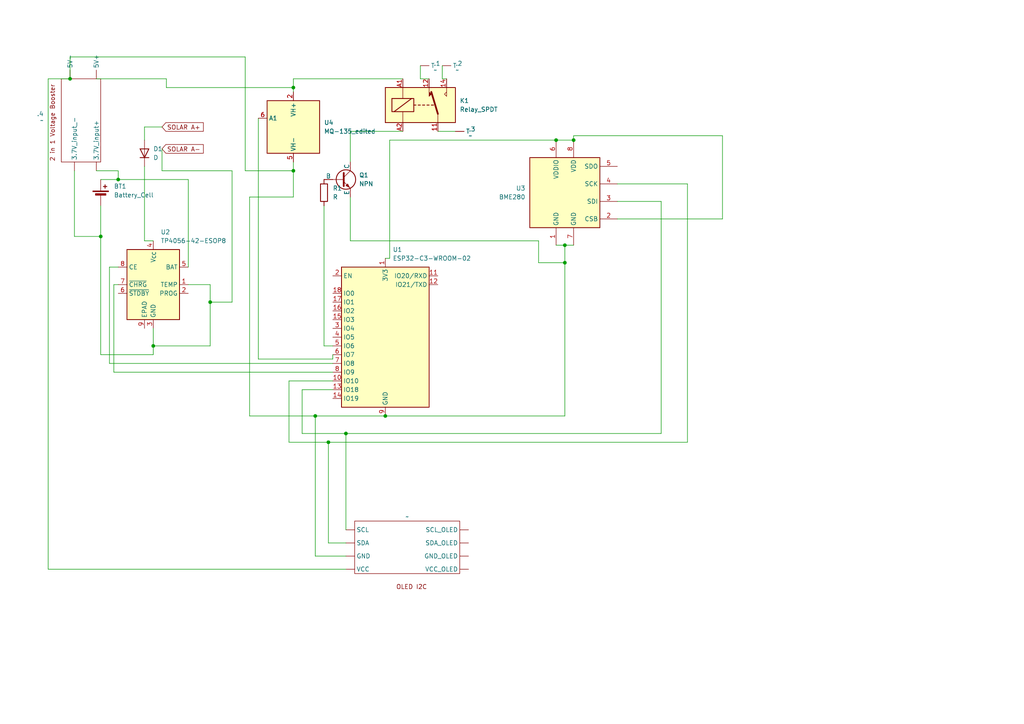
<source format=kicad_sch>
(kicad_sch
	(version 20250114)
	(generator "eeschema")
	(generator_version "9.0")
	(uuid "7652190b-f5b7-4bf8-9ed2-87f56a15734d")
	(paper "A4")
	(lib_symbols
		(symbol "Battery_Management:TP4056-42-ESOP8"
			(exclude_from_sim no)
			(in_bom yes)
			(on_board yes)
			(property "Reference" "U"
				(at -6.604 11.684 0)
				(effects
					(font
						(size 1.27 1.27)
					)
				)
			)
			(property "Value" "TP4056-42-ESOP8"
				(at 10.16 11.684 0)
				(effects
					(font
						(size 1.27 1.27)
					)
				)
			)
			(property "Footprint" "Package_SO:SOIC-8-1EP_3.9x4.9mm_P1.27mm_EP2.41x3.3mm_ThermalVias"
				(at 0.508 -22.86 0)
				(effects
					(font
						(size 1.27 1.27)
					)
					(hide yes)
				)
			)
			(property "Datasheet" "https://www.lcsc.com/datasheet/lcsc_datasheet_2410121619_TOPPOWER-Nanjing-Extension-Microelectronics-TP4056-42-ESOP8_C16581.pdf"
				(at 0 -25.4 0)
				(effects
					(font
						(size 1.27 1.27)
					)
					(hide yes)
				)
			)
			(property "Description" "1A Standalone Linear Li-ion/LiPo single-cell battery charger, 4.2V ±1% charge voltage, VCC = 4.0..8.0V, SOIC-8 (SOP-8)"
				(at 0.508 -20.32 0)
				(effects
					(font
						(size 1.27 1.27)
					)
					(hide yes)
				)
			)
			(property "ki_keywords" "lithium-ion lithium-polymer Li-Poly"
				(at 0 0 0)
				(effects
					(font
						(size 1.27 1.27)
					)
					(hide yes)
				)
			)
			(property "ki_fp_filters" "*SO*3.9x4.*P1.27mm*EP2.4*x3.3*mm*"
				(at 0 0 0)
				(effects
					(font
						(size 1.27 1.27)
					)
					(hide yes)
				)
			)
			(symbol "TP4056-42-ESOP8_1_0"
				(pin input line
					(at -10.16 5.08 0)
					(length 2.54)
					(name "CE"
						(effects
							(font
								(size 1.27 1.27)
							)
						)
					)
					(number "8"
						(effects
							(font
								(size 1.27 1.27)
							)
						)
					)
				)
				(pin open_collector line
					(at -10.16 0 0)
					(length 2.54)
					(name "~{CHRG}"
						(effects
							(font
								(size 1.27 1.27)
							)
						)
					)
					(number "7"
						(effects
							(font
								(size 1.27 1.27)
							)
						)
					)
				)
				(pin open_collector line
					(at -10.16 -2.54 0)
					(length 2.54)
					(name "~{STDBY}"
						(effects
							(font
								(size 1.27 1.27)
							)
						)
					)
					(number "6"
						(effects
							(font
								(size 1.27 1.27)
							)
						)
					)
				)
				(pin passive line
					(at -2.54 -12.7 90)
					(length 2.54)
					(name "EPAD"
						(effects
							(font
								(size 1.27 1.27)
							)
						)
					)
					(number "9"
						(effects
							(font
								(size 1.27 1.27)
							)
						)
					)
				)
				(pin power_in line
					(at 0 12.7 270)
					(length 2.54)
					(name "V_{CC}"
						(effects
							(font
								(size 1.27 1.27)
							)
						)
					)
					(number "4"
						(effects
							(font
								(size 1.27 1.27)
							)
						)
					)
				)
				(pin power_in line
					(at 0 -12.7 90)
					(length 2.54)
					(name "GND"
						(effects
							(font
								(size 1.27 1.27)
							)
						)
					)
					(number "3"
						(effects
							(font
								(size 1.27 1.27)
							)
						)
					)
				)
				(pin power_out line
					(at 10.16 5.08 180)
					(length 2.54)
					(name "BAT"
						(effects
							(font
								(size 1.27 1.27)
							)
						)
					)
					(number "5"
						(effects
							(font
								(size 1.27 1.27)
							)
						)
					)
				)
				(pin input line
					(at 10.16 0 180)
					(length 2.54)
					(name "TEMP"
						(effects
							(font
								(size 1.27 1.27)
							)
						)
					)
					(number "1"
						(effects
							(font
								(size 1.27 1.27)
							)
						)
					)
				)
				(pin passive line
					(at 10.16 -2.54 180)
					(length 2.54)
					(name "PROG"
						(effects
							(font
								(size 1.27 1.27)
							)
						)
					)
					(number "2"
						(effects
							(font
								(size 1.27 1.27)
							)
						)
					)
				)
			)
			(symbol "TP4056-42-ESOP8_1_1"
				(rectangle
					(start -7.62 10.16)
					(end 7.62 -10.16)
					(stroke
						(width 0.254)
						(type default)
					)
					(fill
						(type background)
					)
				)
			)
			(embedded_fonts no)
		)
		(symbol "Device:Battery_Cell"
			(pin_numbers
				(hide yes)
			)
			(pin_names
				(offset 0)
				(hide yes)
			)
			(exclude_from_sim no)
			(in_bom yes)
			(on_board yes)
			(property "Reference" "BT"
				(at 2.54 2.54 0)
				(effects
					(font
						(size 1.27 1.27)
					)
					(justify left)
				)
			)
			(property "Value" "Battery_Cell"
				(at 2.54 0 0)
				(effects
					(font
						(size 1.27 1.27)
					)
					(justify left)
				)
			)
			(property "Footprint" ""
				(at 0 1.524 90)
				(effects
					(font
						(size 1.27 1.27)
					)
					(hide yes)
				)
			)
			(property "Datasheet" "~"
				(at 0 1.524 90)
				(effects
					(font
						(size 1.27 1.27)
					)
					(hide yes)
				)
			)
			(property "Description" "Single-cell battery"
				(at 0 0 0)
				(effects
					(font
						(size 1.27 1.27)
					)
					(hide yes)
				)
			)
			(property "ki_keywords" "battery cell"
				(at 0 0 0)
				(effects
					(font
						(size 1.27 1.27)
					)
					(hide yes)
				)
			)
			(symbol "Battery_Cell_0_1"
				(rectangle
					(start -2.286 1.778)
					(end 2.286 1.524)
					(stroke
						(width 0)
						(type default)
					)
					(fill
						(type outline)
					)
				)
				(rectangle
					(start -1.524 1.016)
					(end 1.524 0.508)
					(stroke
						(width 0)
						(type default)
					)
					(fill
						(type outline)
					)
				)
				(polyline
					(pts
						(xy 0 1.778) (xy 0 2.54)
					)
					(stroke
						(width 0)
						(type default)
					)
					(fill
						(type none)
					)
				)
				(polyline
					(pts
						(xy 0 0.762) (xy 0 0)
					)
					(stroke
						(width 0)
						(type default)
					)
					(fill
						(type none)
					)
				)
				(polyline
					(pts
						(xy 0.762 3.048) (xy 1.778 3.048)
					)
					(stroke
						(width 0.254)
						(type default)
					)
					(fill
						(type none)
					)
				)
				(polyline
					(pts
						(xy 1.27 3.556) (xy 1.27 2.54)
					)
					(stroke
						(width 0.254)
						(type default)
					)
					(fill
						(type none)
					)
				)
			)
			(symbol "Battery_Cell_1_1"
				(pin passive line
					(at 0 5.08 270)
					(length 2.54)
					(name "+"
						(effects
							(font
								(size 1.27 1.27)
							)
						)
					)
					(number "1"
						(effects
							(font
								(size 1.27 1.27)
							)
						)
					)
				)
				(pin passive line
					(at 0 -2.54 90)
					(length 2.54)
					(name "-"
						(effects
							(font
								(size 1.27 1.27)
							)
						)
					)
					(number "2"
						(effects
							(font
								(size 1.27 1.27)
							)
						)
					)
				)
			)
			(embedded_fonts no)
		)
		(symbol "Device:D"
			(pin_numbers
				(hide yes)
			)
			(pin_names
				(offset 1.016)
				(hide yes)
			)
			(exclude_from_sim no)
			(in_bom yes)
			(on_board yes)
			(property "Reference" "D"
				(at 0 2.54 0)
				(effects
					(font
						(size 1.27 1.27)
					)
				)
			)
			(property "Value" "D"
				(at 0 -2.54 0)
				(effects
					(font
						(size 1.27 1.27)
					)
				)
			)
			(property "Footprint" ""
				(at 0 0 0)
				(effects
					(font
						(size 1.27 1.27)
					)
					(hide yes)
				)
			)
			(property "Datasheet" "~"
				(at 0 0 0)
				(effects
					(font
						(size 1.27 1.27)
					)
					(hide yes)
				)
			)
			(property "Description" "Diode"
				(at 0 0 0)
				(effects
					(font
						(size 1.27 1.27)
					)
					(hide yes)
				)
			)
			(property "Sim.Device" "D"
				(at 0 0 0)
				(effects
					(font
						(size 1.27 1.27)
					)
					(hide yes)
				)
			)
			(property "Sim.Pins" "1=K 2=A"
				(at 0 0 0)
				(effects
					(font
						(size 1.27 1.27)
					)
					(hide yes)
				)
			)
			(property "ki_keywords" "diode"
				(at 0 0 0)
				(effects
					(font
						(size 1.27 1.27)
					)
					(hide yes)
				)
			)
			(property "ki_fp_filters" "TO-???* *_Diode_* *SingleDiode* D_*"
				(at 0 0 0)
				(effects
					(font
						(size 1.27 1.27)
					)
					(hide yes)
				)
			)
			(symbol "D_0_1"
				(polyline
					(pts
						(xy -1.27 1.27) (xy -1.27 -1.27)
					)
					(stroke
						(width 0.254)
						(type default)
					)
					(fill
						(type none)
					)
				)
				(polyline
					(pts
						(xy 1.27 1.27) (xy 1.27 -1.27) (xy -1.27 0) (xy 1.27 1.27)
					)
					(stroke
						(width 0.254)
						(type default)
					)
					(fill
						(type none)
					)
				)
				(polyline
					(pts
						(xy 1.27 0) (xy -1.27 0)
					)
					(stroke
						(width 0)
						(type default)
					)
					(fill
						(type none)
					)
				)
			)
			(symbol "D_1_1"
				(pin passive line
					(at -3.81 0 0)
					(length 2.54)
					(name "K"
						(effects
							(font
								(size 1.27 1.27)
							)
						)
					)
					(number "1"
						(effects
							(font
								(size 1.27 1.27)
							)
						)
					)
				)
				(pin passive line
					(at 3.81 0 180)
					(length 2.54)
					(name "A"
						(effects
							(font
								(size 1.27 1.27)
							)
						)
					)
					(number "2"
						(effects
							(font
								(size 1.27 1.27)
							)
						)
					)
				)
			)
			(embedded_fonts no)
		)
		(symbol "Device:R"
			(pin_numbers
				(hide yes)
			)
			(pin_names
				(offset 0)
			)
			(exclude_from_sim no)
			(in_bom yes)
			(on_board yes)
			(property "Reference" "R"
				(at 2.032 0 90)
				(effects
					(font
						(size 1.27 1.27)
					)
				)
			)
			(property "Value" "R"
				(at 0 0 90)
				(effects
					(font
						(size 1.27 1.27)
					)
				)
			)
			(property "Footprint" ""
				(at -1.778 0 90)
				(effects
					(font
						(size 1.27 1.27)
					)
					(hide yes)
				)
			)
			(property "Datasheet" "~"
				(at 0 0 0)
				(effects
					(font
						(size 1.27 1.27)
					)
					(hide yes)
				)
			)
			(property "Description" "Resistor"
				(at 0 0 0)
				(effects
					(font
						(size 1.27 1.27)
					)
					(hide yes)
				)
			)
			(property "ki_keywords" "R res resistor"
				(at 0 0 0)
				(effects
					(font
						(size 1.27 1.27)
					)
					(hide yes)
				)
			)
			(property "ki_fp_filters" "R_*"
				(at 0 0 0)
				(effects
					(font
						(size 1.27 1.27)
					)
					(hide yes)
				)
			)
			(symbol "R_0_1"
				(rectangle
					(start -1.016 -2.54)
					(end 1.016 2.54)
					(stroke
						(width 0.254)
						(type default)
					)
					(fill
						(type none)
					)
				)
			)
			(symbol "R_1_1"
				(pin passive line
					(at 0 3.81 270)
					(length 1.27)
					(name "~"
						(effects
							(font
								(size 1.27 1.27)
							)
						)
					)
					(number "1"
						(effects
							(font
								(size 1.27 1.27)
							)
						)
					)
				)
				(pin passive line
					(at 0 -3.81 90)
					(length 1.27)
					(name "~"
						(effects
							(font
								(size 1.27 1.27)
							)
						)
					)
					(number "2"
						(effects
							(font
								(size 1.27 1.27)
							)
						)
					)
				)
			)
			(embedded_fonts no)
		)
		(symbol "New_Library:MQ-135_edited"
			(exclude_from_sim no)
			(in_bom yes)
			(on_board yes)
			(property "Reference" "U"
				(at -6.35 8.89 0)
				(effects
					(font
						(size 1.27 1.27)
					)
				)
			)
			(property "Value" "MQ-135_edited"
				(at 3.81 8.89 0)
				(effects
					(font
						(size 1.27 1.27)
					)
				)
			)
			(property "Footprint" "Sensor:MQ-6"
				(at 1.27 -11.43 0)
				(effects
					(font
						(size 1.27 1.27)
					)
					(hide yes)
				)
			)
			(property "Datasheet" "https://www.winsen-sensor.com/d/files/semiconductor/mq-6.pdf"
				(at 0 6.35 0)
				(effects
					(font
						(size 1.27 1.27)
					)
					(hide yes)
				)
			)
			(property "Description" "Semiconductor Sensor for Flammable Gas"
				(at 0 0 0)
				(effects
					(font
						(size 1.27 1.27)
					)
					(hide yes)
				)
			)
			(property "ki_keywords" "flammable gas sensor LPG"
				(at 0 0 0)
				(effects
					(font
						(size 1.27 1.27)
					)
					(hide yes)
				)
			)
			(property "ki_fp_filters" "*MQ*6*"
				(at 0 0 0)
				(effects
					(font
						(size 1.27 1.27)
					)
					(hide yes)
				)
			)
			(symbol "MQ-135_edited_0_1"
				(rectangle
					(start -7.62 7.62)
					(end 7.62 -7.62)
					(stroke
						(width 0.254)
						(type default)
					)
					(fill
						(type background)
					)
				)
			)
			(symbol "MQ-135_edited_1_1"
				(pin passive line
					(at -10.16 2.54 0)
					(length 2.54)
					(name "A1"
						(effects
							(font
								(size 1.27 1.27)
							)
						)
					)
					(number "6"
						(effects
							(font
								(size 1.27 1.27)
							)
						)
					)
				)
				(pin power_in line
					(at 0 10.16 270)
					(length 2.54)
					(name "VH+"
						(effects
							(font
								(size 1.27 1.27)
							)
						)
					)
					(number "2"
						(effects
							(font
								(size 1.27 1.27)
							)
						)
					)
				)
				(pin power_in line
					(at 0 -10.16 90)
					(length 2.54)
					(name "VH-"
						(effects
							(font
								(size 1.27 1.27)
							)
						)
					)
					(number "5"
						(effects
							(font
								(size 1.27 1.27)
							)
						)
					)
				)
			)
			(embedded_fonts no)
		)
		(symbol "RF_Module:ESP32-C3-WROOM-02"
			(exclude_from_sim no)
			(in_bom yes)
			(on_board yes)
			(property "Reference" "U"
				(at -12.192 21.336 0)
				(effects
					(font
						(size 1.27 1.27)
					)
				)
			)
			(property "Value" "ESP32-C3-WROOM-02"
				(at 12.192 21.336 0)
				(effects
					(font
						(size 1.27 1.27)
					)
				)
			)
			(property "Footprint" "RF_Module:ESP32-C3-WROOM-02"
				(at 0 0.635 0)
				(effects
					(font
						(size 1.27 1.27)
					)
					(hide yes)
				)
			)
			(property "Datasheet" "https://www.espressif.com/sites/default/files/documentation/esp32-c3-wroom-02_datasheet_en.pdf"
				(at 0 0.635 0)
				(effects
					(font
						(size 1.27 1.27)
					)
					(hide yes)
				)
			)
			(property "Description" "802.11 b/g/n Wi­Fi and Bluetooth 5 module, ESP32­C3 SoC, RISC­V microprocessor, On-board antenna"
				(at 0 0.635 0)
				(effects
					(font
						(size 1.27 1.27)
					)
					(hide yes)
				)
			)
			(property "ki_keywords" "esp32 espressif WiFi Bluetooth LE"
				(at 0 0 0)
				(effects
					(font
						(size 1.27 1.27)
					)
					(hide yes)
				)
			)
			(property "ki_fp_filters" "ESP32?C3*WROOM?02*"
				(at 0 0 0)
				(effects
					(font
						(size 1.27 1.27)
					)
					(hide yes)
				)
			)
			(symbol "ESP32-C3-WROOM-02_1_1"
				(rectangle
					(start -12.7 20.32)
					(end 12.7 -20.32)
					(stroke
						(width 0.254)
						(type default)
					)
					(fill
						(type background)
					)
				)
				(pin input line
					(at -15.24 17.78 0)
					(length 2.54)
					(name "EN"
						(effects
							(font
								(size 1.27 1.27)
							)
						)
					)
					(number "2"
						(effects
							(font
								(size 1.27 1.27)
							)
						)
					)
				)
				(pin bidirectional line
					(at -15.24 12.7 0)
					(length 2.54)
					(name "IO0"
						(effects
							(font
								(size 1.27 1.27)
							)
						)
					)
					(number "18"
						(effects
							(font
								(size 1.27 1.27)
							)
						)
					)
				)
				(pin bidirectional line
					(at -15.24 10.16 0)
					(length 2.54)
					(name "IO1"
						(effects
							(font
								(size 1.27 1.27)
							)
						)
					)
					(number "17"
						(effects
							(font
								(size 1.27 1.27)
							)
						)
					)
				)
				(pin bidirectional line
					(at -15.24 7.62 0)
					(length 2.54)
					(name "IO2"
						(effects
							(font
								(size 1.27 1.27)
							)
						)
					)
					(number "16"
						(effects
							(font
								(size 1.27 1.27)
							)
						)
					)
				)
				(pin bidirectional line
					(at -15.24 5.08 0)
					(length 2.54)
					(name "IO3"
						(effects
							(font
								(size 1.27 1.27)
							)
						)
					)
					(number "15"
						(effects
							(font
								(size 1.27 1.27)
							)
						)
					)
				)
				(pin bidirectional line
					(at -15.24 2.54 0)
					(length 2.54)
					(name "IO4"
						(effects
							(font
								(size 1.27 1.27)
							)
						)
					)
					(number "3"
						(effects
							(font
								(size 1.27 1.27)
							)
						)
					)
				)
				(pin bidirectional line
					(at -15.24 0 0)
					(length 2.54)
					(name "IO5"
						(effects
							(font
								(size 1.27 1.27)
							)
						)
					)
					(number "4"
						(effects
							(font
								(size 1.27 1.27)
							)
						)
					)
				)
				(pin bidirectional line
					(at -15.24 -2.54 0)
					(length 2.54)
					(name "IO6"
						(effects
							(font
								(size 1.27 1.27)
							)
						)
					)
					(number "5"
						(effects
							(font
								(size 1.27 1.27)
							)
						)
					)
				)
				(pin bidirectional line
					(at -15.24 -5.08 0)
					(length 2.54)
					(name "IO7"
						(effects
							(font
								(size 1.27 1.27)
							)
						)
					)
					(number "6"
						(effects
							(font
								(size 1.27 1.27)
							)
						)
					)
				)
				(pin bidirectional line
					(at -15.24 -7.62 0)
					(length 2.54)
					(name "IO8"
						(effects
							(font
								(size 1.27 1.27)
							)
						)
					)
					(number "7"
						(effects
							(font
								(size 1.27 1.27)
							)
						)
					)
				)
				(pin bidirectional line
					(at -15.24 -10.16 0)
					(length 2.54)
					(name "IO9"
						(effects
							(font
								(size 1.27 1.27)
							)
						)
					)
					(number "8"
						(effects
							(font
								(size 1.27 1.27)
							)
						)
					)
				)
				(pin bidirectional line
					(at -15.24 -12.7 0)
					(length 2.54)
					(name "IO10"
						(effects
							(font
								(size 1.27 1.27)
							)
						)
					)
					(number "10"
						(effects
							(font
								(size 1.27 1.27)
							)
						)
					)
				)
				(pin bidirectional line
					(at -15.24 -15.24 0)
					(length 2.54)
					(name "IO18"
						(effects
							(font
								(size 1.27 1.27)
							)
						)
					)
					(number "13"
						(effects
							(font
								(size 1.27 1.27)
							)
						)
					)
				)
				(pin bidirectional line
					(at -15.24 -17.78 0)
					(length 2.54)
					(name "IO19"
						(effects
							(font
								(size 1.27 1.27)
							)
						)
					)
					(number "14"
						(effects
							(font
								(size 1.27 1.27)
							)
						)
					)
				)
				(pin power_in line
					(at 0 22.86 270)
					(length 2.54)
					(name "3V3"
						(effects
							(font
								(size 1.27 1.27)
							)
						)
					)
					(number "1"
						(effects
							(font
								(size 1.27 1.27)
							)
						)
					)
				)
				(pin passive line
					(at 0 -22.86 90)
					(length 2.54)
					(hide yes)
					(name "GND"
						(effects
							(font
								(size 1.27 1.27)
							)
						)
					)
					(number "19"
						(effects
							(font
								(size 1.27 1.27)
							)
						)
					)
				)
				(pin power_in line
					(at 0 -22.86 90)
					(length 2.54)
					(name "GND"
						(effects
							(font
								(size 1.27 1.27)
							)
						)
					)
					(number "9"
						(effects
							(font
								(size 1.27 1.27)
							)
						)
					)
				)
				(pin bidirectional line
					(at 15.24 17.78 180)
					(length 2.54)
					(name "IO20/RXD"
						(effects
							(font
								(size 1.27 1.27)
							)
						)
					)
					(number "11"
						(effects
							(font
								(size 1.27 1.27)
							)
						)
					)
				)
				(pin bidirectional line
					(at 15.24 15.24 180)
					(length 2.54)
					(name "IO21/TXD"
						(effects
							(font
								(size 1.27 1.27)
							)
						)
					)
					(number "12"
						(effects
							(font
								(size 1.27 1.27)
							)
						)
					)
				)
			)
			(embedded_fonts no)
		)
		(symbol "Relay:Relay_SPDT"
			(exclude_from_sim no)
			(in_bom yes)
			(on_board yes)
			(property "Reference" "K"
				(at 11.43 3.81 0)
				(effects
					(font
						(size 1.27 1.27)
					)
					(justify left)
				)
			)
			(property "Value" "Relay_SPDT"
				(at 11.43 1.27 0)
				(effects
					(font
						(size 1.27 1.27)
					)
					(justify left)
				)
			)
			(property "Footprint" ""
				(at 11.43 -1.27 0)
				(effects
					(font
						(size 1.27 1.27)
					)
					(justify left)
					(hide yes)
				)
			)
			(property "Datasheet" "~"
				(at 0 0 0)
				(effects
					(font
						(size 1.27 1.27)
					)
					(hide yes)
				)
			)
			(property "Description" "Relay SPDT, monostable, EN50005"
				(at 0 0 0)
				(effects
					(font
						(size 1.27 1.27)
					)
					(hide yes)
				)
			)
			(property "ki_keywords" "1P2T 1-Form-C single pole throw"
				(at 0 0 0)
				(effects
					(font
						(size 1.27 1.27)
					)
					(hide yes)
				)
			)
			(property "ki_fp_filters" "Relay?SPDT*"
				(at 0 0 0)
				(effects
					(font
						(size 1.27 1.27)
					)
					(hide yes)
				)
			)
			(symbol "Relay_SPDT_0_0"
				(polyline
					(pts
						(xy 7.62 5.08) (xy 7.62 2.54) (xy 6.985 3.175) (xy 7.62 3.81)
					)
					(stroke
						(width 0)
						(type default)
					)
					(fill
						(type none)
					)
				)
			)
			(symbol "Relay_SPDT_0_1"
				(rectangle
					(start -10.16 5.08)
					(end 10.16 -5.08)
					(stroke
						(width 0.254)
						(type default)
					)
					(fill
						(type background)
					)
				)
				(rectangle
					(start -8.255 1.905)
					(end -1.905 -1.905)
					(stroke
						(width 0.254)
						(type default)
					)
					(fill
						(type none)
					)
				)
				(polyline
					(pts
						(xy -7.62 -1.905) (xy -2.54 1.905)
					)
					(stroke
						(width 0.254)
						(type default)
					)
					(fill
						(type none)
					)
				)
				(polyline
					(pts
						(xy -5.08 5.08) (xy -5.08 1.905)
					)
					(stroke
						(width 0)
						(type default)
					)
					(fill
						(type none)
					)
				)
				(polyline
					(pts
						(xy -5.08 -5.08) (xy -5.08 -1.905)
					)
					(stroke
						(width 0)
						(type default)
					)
					(fill
						(type none)
					)
				)
				(polyline
					(pts
						(xy -1.905 0) (xy -1.27 0)
					)
					(stroke
						(width 0.254)
						(type default)
					)
					(fill
						(type none)
					)
				)
				(polyline
					(pts
						(xy -0.635 0) (xy 0 0)
					)
					(stroke
						(width 0.254)
						(type default)
					)
					(fill
						(type none)
					)
				)
				(polyline
					(pts
						(xy 0.635 0) (xy 1.27 0)
					)
					(stroke
						(width 0.254)
						(type default)
					)
					(fill
						(type none)
					)
				)
				(polyline
					(pts
						(xy 1.905 0) (xy 2.54 0)
					)
					(stroke
						(width 0.254)
						(type default)
					)
					(fill
						(type none)
					)
				)
				(polyline
					(pts
						(xy 2.54 5.08) (xy 2.54 2.54) (xy 3.175 3.175) (xy 2.54 3.81)
					)
					(stroke
						(width 0)
						(type default)
					)
					(fill
						(type outline)
					)
				)
				(polyline
					(pts
						(xy 3.175 0) (xy 3.81 0)
					)
					(stroke
						(width 0.254)
						(type default)
					)
					(fill
						(type none)
					)
				)
				(polyline
					(pts
						(xy 5.08 -2.54) (xy 3.175 3.81)
					)
					(stroke
						(width 0.508)
						(type default)
					)
					(fill
						(type none)
					)
				)
				(polyline
					(pts
						(xy 5.08 -2.54) (xy 5.08 -5.08)
					)
					(stroke
						(width 0)
						(type default)
					)
					(fill
						(type none)
					)
				)
			)
			(symbol "Relay_SPDT_1_1"
				(pin passive line
					(at -5.08 7.62 270)
					(length 2.54)
					(name "~"
						(effects
							(font
								(size 1.27 1.27)
							)
						)
					)
					(number "A1"
						(effects
							(font
								(size 1.27 1.27)
							)
						)
					)
				)
				(pin passive line
					(at -5.08 -7.62 90)
					(length 2.54)
					(name "~"
						(effects
							(font
								(size 1.27 1.27)
							)
						)
					)
					(number "A2"
						(effects
							(font
								(size 1.27 1.27)
							)
						)
					)
				)
				(pin passive line
					(at 2.54 7.62 270)
					(length 2.54)
					(name "~"
						(effects
							(font
								(size 1.27 1.27)
							)
						)
					)
					(number "12"
						(effects
							(font
								(size 1.27 1.27)
							)
						)
					)
				)
				(pin passive line
					(at 5.08 -7.62 90)
					(length 2.54)
					(name "~"
						(effects
							(font
								(size 1.27 1.27)
							)
						)
					)
					(number "11"
						(effects
							(font
								(size 1.27 1.27)
							)
						)
					)
				)
				(pin passive line
					(at 7.62 7.62 270)
					(length 2.54)
					(name "~"
						(effects
							(font
								(size 1.27 1.27)
							)
						)
					)
					(number "14"
						(effects
							(font
								(size 1.27 1.27)
							)
						)
					)
				)
			)
			(embedded_fonts no)
		)
		(symbol "Sensor:BME280"
			(exclude_from_sim no)
			(in_bom yes)
			(on_board yes)
			(property "Reference" "U"
				(at -8.89 11.43 0)
				(effects
					(font
						(size 1.27 1.27)
					)
				)
			)
			(property "Value" "BME280"
				(at 7.62 11.43 0)
				(effects
					(font
						(size 1.27 1.27)
					)
				)
			)
			(property "Footprint" "Package_LGA:Bosch_LGA-8_2.5x2.5mm_P0.65mm_ClockwisePinNumbering"
				(at 38.1 -11.43 0)
				(effects
					(font
						(size 1.27 1.27)
					)
					(hide yes)
				)
			)
			(property "Datasheet" "https://www.bosch-sensortec.com/media/boschsensortec/downloads/datasheets/bst-bme280-ds002.pdf"
				(at 0 -5.08 0)
				(effects
					(font
						(size 1.27 1.27)
					)
					(hide yes)
				)
			)
			(property "Description" "3-in-1 sensor, humidity, pressure, temperature, I2C and SPI interface, 1.71-3.6V, LGA-8"
				(at 0 0 0)
				(effects
					(font
						(size 1.27 1.27)
					)
					(hide yes)
				)
			)
			(property "ki_keywords" "Bosch pressure humidity temperature environment environmental measurement digital"
				(at 0 0 0)
				(effects
					(font
						(size 1.27 1.27)
					)
					(hide yes)
				)
			)
			(property "ki_fp_filters" "*LGA*2.5x2.5mm*P0.65mm*Clockwise*"
				(at 0 0 0)
				(effects
					(font
						(size 1.27 1.27)
					)
					(hide yes)
				)
			)
			(symbol "BME280_0_1"
				(rectangle
					(start -10.16 10.16)
					(end 10.16 -10.16)
					(stroke
						(width 0.254)
						(type default)
					)
					(fill
						(type background)
					)
				)
			)
			(symbol "BME280_1_1"
				(pin power_in line
					(at -2.54 15.24 270)
					(length 5.08)
					(name "VDDIO"
						(effects
							(font
								(size 1.27 1.27)
							)
						)
					)
					(number "6"
						(effects
							(font
								(size 1.27 1.27)
							)
						)
					)
				)
				(pin power_in line
					(at -2.54 -15.24 90)
					(length 5.08)
					(name "GND"
						(effects
							(font
								(size 1.27 1.27)
							)
						)
					)
					(number "1"
						(effects
							(font
								(size 1.27 1.27)
							)
						)
					)
				)
				(pin power_in line
					(at 2.54 15.24 270)
					(length 5.08)
					(name "VDD"
						(effects
							(font
								(size 1.27 1.27)
							)
						)
					)
					(number "8"
						(effects
							(font
								(size 1.27 1.27)
							)
						)
					)
				)
				(pin power_in line
					(at 2.54 -15.24 90)
					(length 5.08)
					(name "GND"
						(effects
							(font
								(size 1.27 1.27)
							)
						)
					)
					(number "7"
						(effects
							(font
								(size 1.27 1.27)
							)
						)
					)
				)
				(pin bidirectional line
					(at 15.24 7.62 180)
					(length 5.08)
					(name "SDO"
						(effects
							(font
								(size 1.27 1.27)
							)
						)
					)
					(number "5"
						(effects
							(font
								(size 1.27 1.27)
							)
						)
					)
				)
				(pin input line
					(at 15.24 2.54 180)
					(length 5.08)
					(name "SCK"
						(effects
							(font
								(size 1.27 1.27)
							)
						)
					)
					(number "4"
						(effects
							(font
								(size 1.27 1.27)
							)
						)
					)
				)
				(pin bidirectional line
					(at 15.24 -2.54 180)
					(length 5.08)
					(name "SDI"
						(effects
							(font
								(size 1.27 1.27)
							)
						)
					)
					(number "3"
						(effects
							(font
								(size 1.27 1.27)
							)
						)
					)
				)
				(pin input line
					(at 15.24 -7.62 180)
					(length 5.08)
					(name "CSB"
						(effects
							(font
								(size 1.27 1.27)
							)
						)
					)
					(number "2"
						(effects
							(font
								(size 1.27 1.27)
							)
						)
					)
				)
			)
			(embedded_fonts no)
		)
		(symbol "Simulation_SPICE:NPN"
			(pin_numbers
				(hide yes)
			)
			(pin_names
				(offset 0)
			)
			(exclude_from_sim no)
			(in_bom yes)
			(on_board yes)
			(property "Reference" "Q"
				(at -2.54 7.62 0)
				(effects
					(font
						(size 1.27 1.27)
					)
				)
			)
			(property "Value" "NPN"
				(at -2.54 5.08 0)
				(effects
					(font
						(size 1.27 1.27)
					)
				)
			)
			(property "Footprint" ""
				(at 63.5 0 0)
				(effects
					(font
						(size 1.27 1.27)
					)
					(hide yes)
				)
			)
			(property "Datasheet" "https://ngspice.sourceforge.io/docs/ngspice-html-manual/manual.xhtml#cha_BJTs"
				(at 63.5 0 0)
				(effects
					(font
						(size 1.27 1.27)
					)
					(hide yes)
				)
			)
			(property "Description" "Bipolar transistor symbol for simulation only, substrate tied to the emitter"
				(at 0 0 0)
				(effects
					(font
						(size 1.27 1.27)
					)
					(hide yes)
				)
			)
			(property "Sim.Device" "NPN"
				(at 0 0 0)
				(effects
					(font
						(size 1.27 1.27)
					)
					(hide yes)
				)
			)
			(property "Sim.Type" "GUMMELPOON"
				(at 0 0 0)
				(effects
					(font
						(size 1.27 1.27)
					)
					(hide yes)
				)
			)
			(property "Sim.Pins" "1=C 2=B 3=E"
				(at 0 0 0)
				(effects
					(font
						(size 1.27 1.27)
					)
					(hide yes)
				)
			)
			(property "ki_keywords" "simulation"
				(at 0 0 0)
				(effects
					(font
						(size 1.27 1.27)
					)
					(hide yes)
				)
			)
			(symbol "NPN_0_1"
				(polyline
					(pts
						(xy -2.54 0) (xy 0.635 0)
					)
					(stroke
						(width 0.1524)
						(type default)
					)
					(fill
						(type none)
					)
				)
				(polyline
					(pts
						(xy 0.635 1.905) (xy 0.635 -1.905) (xy 0.635 -1.905)
					)
					(stroke
						(width 0.508)
						(type default)
					)
					(fill
						(type none)
					)
				)
				(polyline
					(pts
						(xy 0.635 0.635) (xy 2.54 2.54)
					)
					(stroke
						(width 0)
						(type default)
					)
					(fill
						(type none)
					)
				)
				(polyline
					(pts
						(xy 0.635 -0.635) (xy 2.54 -2.54) (xy 2.54 -2.54)
					)
					(stroke
						(width 0)
						(type default)
					)
					(fill
						(type none)
					)
				)
				(circle
					(center 1.27 0)
					(radius 2.8194)
					(stroke
						(width 0.254)
						(type default)
					)
					(fill
						(type none)
					)
				)
				(polyline
					(pts
						(xy 1.27 -1.778) (xy 1.778 -1.27) (xy 2.286 -2.286) (xy 1.27 -1.778) (xy 1.27 -1.778)
					)
					(stroke
						(width 0)
						(type default)
					)
					(fill
						(type outline)
					)
				)
				(polyline
					(pts
						(xy 2.794 -1.27) (xy 2.794 -1.27)
					)
					(stroke
						(width 0.1524)
						(type default)
					)
					(fill
						(type none)
					)
				)
				(polyline
					(pts
						(xy 2.794 -1.27) (xy 2.794 -1.27)
					)
					(stroke
						(width 0.1524)
						(type default)
					)
					(fill
						(type none)
					)
				)
			)
			(symbol "NPN_1_1"
				(pin input line
					(at -5.08 0 0)
					(length 2.54)
					(name "B"
						(effects
							(font
								(size 1.27 1.27)
							)
						)
					)
					(number "2"
						(effects
							(font
								(size 1.27 1.27)
							)
						)
					)
				)
				(pin open_collector line
					(at 2.54 5.08 270)
					(length 2.54)
					(name "C"
						(effects
							(font
								(size 1.27 1.27)
							)
						)
					)
					(number "1"
						(effects
							(font
								(size 1.27 1.27)
							)
						)
					)
				)
				(pin open_emitter line
					(at 2.54 -5.08 90)
					(length 2.54)
					(name "E"
						(effects
							(font
								(size 1.27 1.27)
							)
						)
					)
					(number "3"
						(effects
							(font
								(size 1.27 1.27)
							)
						)
					)
				)
			)
			(embedded_fonts no)
		)
		(symbol "TERMINAL:_1"
			(exclude_from_sim no)
			(in_bom yes)
			(on_board yes)
			(property "Reference" "."
				(at 0 0 0)
				(effects
					(font
						(size 1.27 1.27)
					)
				)
			)
			(property "Value" ""
				(at 0 0 0)
				(effects
					(font
						(size 1.27 1.27)
					)
				)
			)
			(property "Footprint" ""
				(at 0 0 0)
				(effects
					(font
						(size 1.27 1.27)
					)
					(hide yes)
				)
			)
			(property "Datasheet" ""
				(at 0 0 0)
				(effects
					(font
						(size 1.27 1.27)
					)
					(hide yes)
				)
			)
			(property "Description" ""
				(at 0 0 0)
				(effects
					(font
						(size 1.27 1.27)
					)
					(hide yes)
				)
			)
			(symbol "_1_1_1"
				(pin input line
					(at 0 0 0)
					(length 2.54)
					(name "T"
						(effects
							(font
								(size 1.27 1.27)
							)
						)
					)
					(number ""
						(effects
							(font
								(size 1.27 1.27)
							)
						)
					)
				)
			)
			(embedded_fonts no)
		)
		(symbol "TERMINAL:_12"
			(exclude_from_sim no)
			(in_bom yes)
			(on_board yes)
			(property "Reference" "."
				(at 0 0 0)
				(effects
					(font
						(size 1.27 1.27)
					)
				)
			)
			(property "Value" ""
				(at 0 0 0)
				(effects
					(font
						(size 1.27 1.27)
					)
				)
			)
			(property "Footprint" ""
				(at 0 0 0)
				(effects
					(font
						(size 1.27 1.27)
					)
					(hide yes)
				)
			)
			(property "Datasheet" ""
				(at 0 0 0)
				(effects
					(font
						(size 1.27 1.27)
					)
					(hide yes)
				)
			)
			(property "Description" ""
				(at 0 0 0)
				(effects
					(font
						(size 1.27 1.27)
					)
					(hide yes)
				)
			)
			(symbol "_12_0_1"
				(rectangle
					(start -7.62 0)
					(end 16.51 11.43)
					(stroke
						(width 0)
						(type default)
					)
					(fill
						(type none)
					)
				)
			)
			(symbol "_12_1_1"
				(text "2 in 1 Voltage Booster"
					(at 3.81 -2.54 0)
					(effects
						(font
							(size 1.27 1.27)
						)
					)
				)
				(pin input line
					(at -10.16 10.16 0)
					(length 2.54)
					(name "3.7V_input+"
						(effects
							(font
								(size 1.27 1.27)
							)
						)
					)
					(number ""
						(effects
							(font
								(size 1.27 1.27)
							)
						)
					)
				)
				(pin input line
					(at -10.16 3.81 0)
					(length 2.54)
					(name "3.7V_input_-"
						(effects
							(font
								(size 1.27 1.27)
							)
						)
					)
					(number ""
						(effects
							(font
								(size 1.27 1.27)
							)
						)
					)
				)
				(pin output line
					(at 16.51 10.16 0)
					(length 2.54)
					(name "5V+"
						(effects
							(font
								(size 1.27 1.27)
							)
						)
					)
					(number ""
						(effects
							(font
								(size 1.27 1.27)
							)
						)
					)
				)
				(pin output line
					(at 16.51 2.54 0)
					(length 2.54)
					(name "5V-"
						(effects
							(font
								(size 1.27 1.27)
							)
						)
					)
					(number ""
						(effects
							(font
								(size 1.27 1.27)
							)
						)
					)
				)
			)
			(embedded_fonts no)
		)
		(symbol "TERMINAL:oled"
			(exclude_from_sim no)
			(in_bom yes)
			(on_board yes)
			(property "Reference" "U"
				(at 0 0 0)
				(effects
					(font
						(size 1.27 1.27)
					)
					(hide yes)
				)
			)
			(property "Value" ""
				(at 0 0 0)
				(effects
					(font
						(size 1.27 1.27)
					)
				)
			)
			(property "Footprint" ""
				(at 0 0 0)
				(effects
					(font
						(size 1.27 1.27)
					)
					(hide yes)
				)
			)
			(property "Datasheet" ""
				(at 0 0 0)
				(effects
					(font
						(size 1.27 1.27)
					)
					(hide yes)
				)
			)
			(property "Description" ""
				(at 0 0 0)
				(effects
					(font
						(size 1.27 1.27)
					)
					(hide yes)
				)
			)
			(symbol "oled_0_1"
				(rectangle
					(start 0 15.24)
					(end 30.48 0)
					(stroke
						(width 0)
						(type default)
					)
					(fill
						(type none)
					)
				)
			)
			(symbol "oled_1_1"
				(text "OLED I2C"
					(at 16.51 -3.81 0)
					(effects
						(font
							(size 1.27 1.27)
						)
					)
				)
				(pin input line
					(at -2.54 12.7 0)
					(length 2.54)
					(name "SCL"
						(effects
							(font
								(size 1.27 1.27)
							)
						)
					)
					(number ""
						(effects
							(font
								(size 1.27 1.27)
							)
						)
					)
				)
				(pin input line
					(at -2.54 8.89 0)
					(length 2.54)
					(name "SDA"
						(effects
							(font
								(size 1.27 1.27)
							)
						)
					)
					(number ""
						(effects
							(font
								(size 1.27 1.27)
							)
						)
					)
				)
				(pin input line
					(at -2.54 5.08 0)
					(length 2.54)
					(name "GND"
						(effects
							(font
								(size 1.27 1.27)
							)
						)
					)
					(number ""
						(effects
							(font
								(size 1.27 1.27)
							)
						)
					)
				)
				(pin input line
					(at -2.54 1.27 0)
					(length 2.54)
					(name "VCC"
						(effects
							(font
								(size 1.27 1.27)
							)
						)
					)
					(number ""
						(effects
							(font
								(size 1.27 1.27)
							)
						)
					)
				)
				(pin input line
					(at 33.02 12.7 180)
					(length 2.54)
					(name "SCL_OLED"
						(effects
							(font
								(size 1.27 1.27)
							)
						)
					)
					(number ""
						(effects
							(font
								(size 1.27 1.27)
							)
						)
					)
				)
				(pin input line
					(at 33.02 8.89 180)
					(length 2.54)
					(name "SDA_OLED"
						(effects
							(font
								(size 1.27 1.27)
							)
						)
					)
					(number ""
						(effects
							(font
								(size 1.27 1.27)
							)
						)
					)
				)
				(pin input line
					(at 33.02 5.08 180)
					(length 2.54)
					(name "GND_OLED"
						(effects
							(font
								(size 1.27 1.27)
							)
						)
					)
					(number ""
						(effects
							(font
								(size 1.27 1.27)
							)
						)
					)
				)
				(pin input line
					(at 33.02 1.27 180)
					(length 2.54)
					(name "VCC_OLED"
						(effects
							(font
								(size 1.27 1.27)
							)
						)
					)
					(number ""
						(effects
							(font
								(size 1.27 1.27)
							)
						)
					)
				)
			)
			(embedded_fonts no)
		)
	)
	(junction
		(at 163.83 71.12)
		(diameter 0)
		(color 0 0 0 0)
		(uuid "052a9918-b9c9-4f91-90f9-1335b5360fef")
	)
	(junction
		(at 85.09 25.4)
		(diameter 0)
		(color 0 0 0 0)
		(uuid "30892c59-8d91-474b-bdcf-771a7598adff")
	)
	(junction
		(at 95.25 128.27)
		(diameter 0)
		(color 0 0 0 0)
		(uuid "36c9d3e8-3d8a-475a-848b-fb351b496953")
	)
	(junction
		(at 111.76 120.65)
		(diameter 0)
		(color 0 0 0 0)
		(uuid "5fb6de99-99c3-4cab-a495-46ccf87eba03")
	)
	(junction
		(at 44.45 100.33)
		(diameter 0)
		(color 0 0 0 0)
		(uuid "6f89c8ac-3fea-49f6-b546-ae7c739e2d70")
	)
	(junction
		(at 85.09 49.53)
		(diameter 0)
		(color 0 0 0 0)
		(uuid "70dbcf03-d390-4e33-a0fe-89245805fd70")
	)
	(junction
		(at 29.21 68.58)
		(diameter 0)
		(color 0 0 0 0)
		(uuid "8404b08a-1e8e-404c-b402-9e61e1c09174")
	)
	(junction
		(at 34.29 52.07)
		(diameter 0)
		(color 0 0 0 0)
		(uuid "d0c07e98-9b4a-4c8b-b896-48fde68bae00")
	)
	(junction
		(at 20.32 22.86)
		(diameter 0)
		(color 0 0 0 0)
		(uuid "d504068f-55f3-41ad-b5b5-0961e0e3d9ce")
	)
	(junction
		(at 100.33 125.73)
		(diameter 0)
		(color 0 0 0 0)
		(uuid "e2498111-964b-4003-ac0b-0280c4b1fb26")
	)
	(junction
		(at 166.37 40.64)
		(diameter 0)
		(color 0 0 0 0)
		(uuid "e2e1065e-184c-4323-a96d-bdf3137171bc")
	)
	(junction
		(at 161.29 40.64)
		(diameter 0)
		(color 0 0 0 0)
		(uuid "ef1ed283-7e82-40c9-b51c-0c5b3d859b41")
	)
	(junction
		(at 91.44 120.65)
		(diameter 0)
		(color 0 0 0 0)
		(uuid "f17dd966-947b-4c95-a200-4ff2bec5957c")
	)
	(junction
		(at 60.96 87.63)
		(diameter 0)
		(color 0 0 0 0)
		(uuid "f4300749-d450-49f0-a7ad-756e551c19f7")
	)
	(junction
		(at 163.83 76.2)
		(diameter 0)
		(color 0 0 0 0)
		(uuid "fc8010f6-c1ed-4914-bc77-ef95dfd78a03")
	)
	(wire
		(pts
			(xy 34.29 77.47) (xy 31.75 77.47)
		)
		(stroke
			(width 0)
			(type default)
		)
		(uuid "03ee3eb5-936d-4384-bea9-9c333122bd5d")
	)
	(wire
		(pts
			(xy 21.59 68.58) (xy 29.21 68.58)
		)
		(stroke
			(width 0)
			(type default)
		)
		(uuid "04e90528-63b7-4575-bda4-37b6a4e5f040")
	)
	(wire
		(pts
			(xy 20.32 16.51) (xy 71.12 16.51)
		)
		(stroke
			(width 0)
			(type default)
		)
		(uuid "05d2b2b4-bb39-4d56-aa9a-7773039462b1")
	)
	(wire
		(pts
			(xy 91.44 161.29) (xy 91.44 120.65)
		)
		(stroke
			(width 0)
			(type default)
		)
		(uuid "0a8f9b8c-7e5b-41c5-85ff-c095ecaf323c")
	)
	(wire
		(pts
			(xy 95.25 157.48) (xy 95.25 128.27)
		)
		(stroke
			(width 0)
			(type default)
		)
		(uuid "0db4caa5-ed90-45b0-ab2e-fd8eb0305a49")
	)
	(wire
		(pts
			(xy 44.45 102.87) (xy 44.45 100.33)
		)
		(stroke
			(width 0)
			(type default)
		)
		(uuid "0e13a995-83e6-4e49-9171-4aa9b523136c")
	)
	(wire
		(pts
			(xy 163.83 71.12) (xy 166.37 71.12)
		)
		(stroke
			(width 0)
			(type default)
		)
		(uuid "10337a01-03dd-4533-b551-c65cb1017f26")
	)
	(wire
		(pts
			(xy 31.75 105.41) (xy 96.52 105.41)
		)
		(stroke
			(width 0)
			(type default)
		)
		(uuid "111f6042-4b0e-48ee-abc4-65ee58e37446")
	)
	(wire
		(pts
			(xy 74.93 104.14) (xy 96.52 104.14)
		)
		(stroke
			(width 0)
			(type default)
		)
		(uuid "11f9517f-0520-42f4-870b-f33699bf6fb9")
	)
	(wire
		(pts
			(xy 60.96 82.55) (xy 60.96 87.63)
		)
		(stroke
			(width 0)
			(type default)
		)
		(uuid "12557fad-7d46-4b5f-922f-bd87dd5f8112")
	)
	(wire
		(pts
			(xy 54.61 77.47) (xy 54.61 52.07)
		)
		(stroke
			(width 0)
			(type default)
		)
		(uuid "16a847ee-f256-442a-aa8c-02f802961ce7")
	)
	(wire
		(pts
			(xy 34.29 49.53) (xy 34.29 52.07)
		)
		(stroke
			(width 0)
			(type default)
		)
		(uuid "16b03b62-d1b0-4549-af7a-18b7413de783")
	)
	(wire
		(pts
			(xy 161.29 71.12) (xy 163.83 71.12)
		)
		(stroke
			(width 0)
			(type default)
		)
		(uuid "17c40b8c-e765-4cd8-80df-1d1c24e97efb")
	)
	(wire
		(pts
			(xy 87.63 113.03) (xy 96.52 113.03)
		)
		(stroke
			(width 0)
			(type default)
		)
		(uuid "18c8b48a-edca-4766-9b9d-c34835addb9d")
	)
	(wire
		(pts
			(xy 166.37 39.37) (xy 166.37 40.64)
		)
		(stroke
			(width 0)
			(type default)
		)
		(uuid "1a409ef3-4a72-4f19-93eb-11848560a315")
	)
	(wire
		(pts
			(xy 156.21 76.2) (xy 163.83 76.2)
		)
		(stroke
			(width 0)
			(type default)
		)
		(uuid "1af2cca8-1888-423b-b177-63eca35bffea")
	)
	(wire
		(pts
			(xy 41.91 36.83) (xy 41.91 40.64)
		)
		(stroke
			(width 0)
			(type default)
		)
		(uuid "1b22e4f9-e06f-412a-aa28-9d8ba6f4c61e")
	)
	(wire
		(pts
			(xy 54.61 82.55) (xy 60.96 82.55)
		)
		(stroke
			(width 0)
			(type default)
		)
		(uuid "1b4081d7-03b9-4bb7-ab09-58c99240a9c8")
	)
	(wire
		(pts
			(xy 33.02 82.55) (xy 33.02 107.95)
		)
		(stroke
			(width 0)
			(type default)
		)
		(uuid "242a65fe-06aa-4667-971f-36c146db8dd3")
	)
	(wire
		(pts
			(xy 44.45 100.33) (xy 44.45 95.25)
		)
		(stroke
			(width 0)
			(type default)
		)
		(uuid "298146db-0a53-42ff-a3db-7394c3e3fc29")
	)
	(wire
		(pts
			(xy 163.83 76.2) (xy 163.83 71.12)
		)
		(stroke
			(width 0)
			(type default)
		)
		(uuid "2a117f6e-102e-4928-9f2a-e616abdcdb7b")
	)
	(wire
		(pts
			(xy 111.76 120.65) (xy 163.83 120.65)
		)
		(stroke
			(width 0)
			(type default)
		)
		(uuid "3b4cc94b-ee67-4a49-8b5d-7b84b5f2bdf0")
	)
	(wire
		(pts
			(xy 101.6 69.85) (xy 156.21 69.85)
		)
		(stroke
			(width 0)
			(type default)
		)
		(uuid "3bbde277-a54b-4138-9116-3ae58a9b46f7")
	)
	(wire
		(pts
			(xy 161.29 40.64) (xy 166.37 40.64)
		)
		(stroke
			(width 0)
			(type default)
		)
		(uuid "3f52b42a-4805-4812-b3e1-013f4297d5de")
	)
	(wire
		(pts
			(xy 67.31 87.63) (xy 60.96 87.63)
		)
		(stroke
			(width 0)
			(type default)
		)
		(uuid "3fc551b2-a765-4b49-bc44-39d890c595d4")
	)
	(wire
		(pts
			(xy 93.98 100.33) (xy 96.52 100.33)
		)
		(stroke
			(width 0)
			(type default)
		)
		(uuid "484a90a7-b2d4-4c35-b411-c127984ad683")
	)
	(wire
		(pts
			(xy 41.91 48.26) (xy 41.91 69.85)
		)
		(stroke
			(width 0)
			(type default)
		)
		(uuid "4e461fa3-5347-4534-baad-9f874fd5b111")
	)
	(wire
		(pts
			(xy 27.94 49.53) (xy 34.29 49.53)
		)
		(stroke
			(width 0)
			(type default)
		)
		(uuid "52a35e8b-d319-4d11-bc94-9a9004708ce9")
	)
	(wire
		(pts
			(xy 60.96 100.33) (xy 44.45 100.33)
		)
		(stroke
			(width 0)
			(type default)
		)
		(uuid "5b60b4b7-d932-425f-95a2-ff36696acbe4")
	)
	(wire
		(pts
			(xy 83.82 110.49) (xy 96.52 110.49)
		)
		(stroke
			(width 0)
			(type default)
		)
		(uuid "5bf77d21-ee3c-4c4c-97e4-07fb37453c2f")
	)
	(wire
		(pts
			(xy 113.03 74.93) (xy 111.76 74.93)
		)
		(stroke
			(width 0)
			(type default)
		)
		(uuid "5cc42208-88a2-44de-9382-ffe72f255c5f")
	)
	(wire
		(pts
			(xy 179.07 53.34) (xy 199.39 53.34)
		)
		(stroke
			(width 0)
			(type default)
		)
		(uuid "5cfd3616-962e-4854-b751-1bfbc4088ebb")
	)
	(wire
		(pts
			(xy 209.55 39.37) (xy 166.37 39.37)
		)
		(stroke
			(width 0)
			(type default)
		)
		(uuid "5d631a99-045d-4ea5-bc94-ad01aa0568d4")
	)
	(wire
		(pts
			(xy 124.46 22.86) (xy 121.92 22.86)
		)
		(stroke
			(width 0)
			(type default)
		)
		(uuid "5e9afa77-b9ec-4254-91dd-bd66a00a625a")
	)
	(wire
		(pts
			(xy 100.33 125.73) (xy 87.63 125.73)
		)
		(stroke
			(width 0)
			(type default)
		)
		(uuid "6019a9cb-6b76-49fe-b1e5-c2ed3634fb93")
	)
	(wire
		(pts
			(xy 83.82 128.27) (xy 83.82 110.49)
		)
		(stroke
			(width 0)
			(type default)
		)
		(uuid "61b6e4f1-a1c3-4dd9-a994-2a025286e55d")
	)
	(wire
		(pts
			(xy 91.44 120.65) (xy 111.76 120.65)
		)
		(stroke
			(width 0)
			(type default)
		)
		(uuid "65176e7f-eef1-4118-82ae-8af48217adf9")
	)
	(wire
		(pts
			(xy 85.09 46.99) (xy 85.09 49.53)
		)
		(stroke
			(width 0)
			(type default)
		)
		(uuid "6927fc81-3b0c-498a-974b-e53010dbce45")
	)
	(wire
		(pts
			(xy 31.75 77.47) (xy 31.75 105.41)
		)
		(stroke
			(width 0)
			(type default)
		)
		(uuid "6b15784f-31f5-490f-90c7-9d65afa5004e")
	)
	(wire
		(pts
			(xy 85.09 49.53) (xy 85.09 57.15)
		)
		(stroke
			(width 0)
			(type default)
		)
		(uuid "6ecfcb14-44e3-441e-affe-9ff394ead125")
	)
	(wire
		(pts
			(xy 100.33 165.1) (xy 13.97 165.1)
		)
		(stroke
			(width 0)
			(type default)
		)
		(uuid "6fdbb578-7db2-4b35-99d9-6e46754fe8dc")
	)
	(wire
		(pts
			(xy 60.96 87.63) (xy 60.96 100.33)
		)
		(stroke
			(width 0)
			(type default)
		)
		(uuid "71ecc0d0-86e8-49d1-8671-dcb6e05dc54c")
	)
	(wire
		(pts
			(xy 21.59 49.53) (xy 21.59 68.58)
		)
		(stroke
			(width 0)
			(type default)
		)
		(uuid "73b6d2ef-5a08-4b77-825d-6cfee419dbf9")
	)
	(wire
		(pts
			(xy 85.09 25.4) (xy 85.09 26.67)
		)
		(stroke
			(width 0)
			(type default)
		)
		(uuid "7847cb8c-b9c1-441c-9b63-36275dd3c8d1")
	)
	(wire
		(pts
			(xy 72.39 120.65) (xy 91.44 120.65)
		)
		(stroke
			(width 0)
			(type default)
		)
		(uuid "79a0e747-db82-44b2-a0fe-c7454bb5cbb8")
	)
	(wire
		(pts
			(xy 116.84 38.1) (xy 101.6 38.1)
		)
		(stroke
			(width 0)
			(type default)
		)
		(uuid "7d3aed87-7ba4-4e47-943f-039bba328451")
	)
	(wire
		(pts
			(xy 113.03 40.64) (xy 161.29 40.64)
		)
		(stroke
			(width 0)
			(type default)
		)
		(uuid "839e7c53-930f-4844-99f2-f85f97886f6c")
	)
	(wire
		(pts
			(xy 13.97 22.86) (xy 20.32 22.86)
		)
		(stroke
			(width 0)
			(type default)
		)
		(uuid "84411265-4790-4a15-abed-33fffd28146d")
	)
	(wire
		(pts
			(xy 29.21 59.69) (xy 29.21 68.58)
		)
		(stroke
			(width 0)
			(type default)
		)
		(uuid "8e128ee8-3cfc-4096-8028-23728adf6d4e")
	)
	(wire
		(pts
			(xy 156.21 69.85) (xy 156.21 76.2)
		)
		(stroke
			(width 0)
			(type default)
		)
		(uuid "8ee55816-f094-4fea-bda4-f2b5f7cf7c1c")
	)
	(wire
		(pts
			(xy 33.02 107.95) (xy 96.52 107.95)
		)
		(stroke
			(width 0)
			(type default)
		)
		(uuid "91458373-65e5-4ed8-baa1-d9bddda4f057")
	)
	(wire
		(pts
			(xy 209.55 63.5) (xy 209.55 39.37)
		)
		(stroke
			(width 0)
			(type default)
		)
		(uuid "99c62e15-05be-4543-86e2-55a3bf6351df")
	)
	(wire
		(pts
			(xy 100.33 125.73) (xy 100.33 153.67)
		)
		(stroke
			(width 0)
			(type default)
		)
		(uuid "9f5183d5-1a59-45e7-9463-c6eb1783c598")
	)
	(wire
		(pts
			(xy 87.63 125.73) (xy 87.63 113.03)
		)
		(stroke
			(width 0)
			(type default)
		)
		(uuid "a310724a-9bbf-4c03-af16-1413bb3fc31c")
	)
	(wire
		(pts
			(xy 96.52 104.14) (xy 96.52 102.87)
		)
		(stroke
			(width 0)
			(type default)
		)
		(uuid "a3f748d8-8146-4b0c-8ab6-da39eff7c3ef")
	)
	(wire
		(pts
			(xy 48.26 25.4) (xy 48.26 22.86)
		)
		(stroke
			(width 0)
			(type default)
		)
		(uuid "a64747b3-ec31-4aa5-a003-6e540eccc09b")
	)
	(wire
		(pts
			(xy 20.32 22.86) (xy 20.32 16.51)
		)
		(stroke
			(width 0)
			(type default)
		)
		(uuid "a79b3198-c421-45c4-a403-d1f875e8ae20")
	)
	(wire
		(pts
			(xy 29.21 68.58) (xy 29.21 102.87)
		)
		(stroke
			(width 0)
			(type default)
		)
		(uuid "ac66064f-56ce-4c59-9960-77a67c7c9a7b")
	)
	(wire
		(pts
			(xy 199.39 128.27) (xy 95.25 128.27)
		)
		(stroke
			(width 0)
			(type default)
		)
		(uuid "ae4d9705-24ab-4bb3-b100-ec749a570d8a")
	)
	(wire
		(pts
			(xy 179.07 63.5) (xy 209.55 63.5)
		)
		(stroke
			(width 0)
			(type default)
		)
		(uuid "b7ba17ed-7bbc-41e2-8950-6cfa4884888f")
	)
	(wire
		(pts
			(xy 34.29 52.07) (xy 29.21 52.07)
		)
		(stroke
			(width 0)
			(type default)
		)
		(uuid "b8611e1f-822e-4658-ae1c-ecb092d29a7e")
	)
	(wire
		(pts
			(xy 163.83 120.65) (xy 163.83 76.2)
		)
		(stroke
			(width 0)
			(type default)
		)
		(uuid "b8b064a0-685f-4ce3-9e07-7cad9ad9a9d1")
	)
	(wire
		(pts
			(xy 74.93 34.29) (xy 74.93 104.14)
		)
		(stroke
			(width 0)
			(type default)
		)
		(uuid "ba47b7a7-6a1d-455c-9a39-a5d63b5fc525")
	)
	(wire
		(pts
			(xy 191.77 58.42) (xy 191.77 125.73)
		)
		(stroke
			(width 0)
			(type default)
		)
		(uuid "bcad5179-9f66-429f-b941-299ce4646146")
	)
	(wire
		(pts
			(xy 54.61 52.07) (xy 34.29 52.07)
		)
		(stroke
			(width 0)
			(type default)
		)
		(uuid "bcfdf6b2-554c-4d4d-baf4-4bebcd5295ad")
	)
	(wire
		(pts
			(xy 127 38.1) (xy 132.08 38.1)
		)
		(stroke
			(width 0)
			(type default)
		)
		(uuid "bd6b154a-8474-4209-b33e-395cc87627cf")
	)
	(wire
		(pts
			(xy 85.09 57.15) (xy 72.39 57.15)
		)
		(stroke
			(width 0)
			(type default)
		)
		(uuid "bd7dfb28-1308-454b-bbb3-bcb1c097d446")
	)
	(wire
		(pts
			(xy 48.26 25.4) (xy 85.09 25.4)
		)
		(stroke
			(width 0)
			(type default)
		)
		(uuid "bde1f448-c00a-47a2-bddf-f4120144e13f")
	)
	(wire
		(pts
			(xy 72.39 57.15) (xy 72.39 120.65)
		)
		(stroke
			(width 0)
			(type default)
		)
		(uuid "c0b73041-b1b3-4430-b01f-801c33d8c037")
	)
	(wire
		(pts
			(xy 113.03 40.64) (xy 113.03 74.93)
		)
		(stroke
			(width 0)
			(type default)
		)
		(uuid "c14d6e09-d7e4-4670-9daf-18a31226d0b2")
	)
	(wire
		(pts
			(xy 116.84 22.86) (xy 85.09 22.86)
		)
		(stroke
			(width 0)
			(type default)
		)
		(uuid "c2a467f1-9700-4055-aabc-e4c5b6f1b4ab")
	)
	(wire
		(pts
			(xy 100.33 161.29) (xy 91.44 161.29)
		)
		(stroke
			(width 0)
			(type default)
		)
		(uuid "c33e59ad-7621-4178-810a-2fbc240b40f7")
	)
	(wire
		(pts
			(xy 71.12 16.51) (xy 71.12 49.53)
		)
		(stroke
			(width 0)
			(type default)
		)
		(uuid "c76bb1ce-2d36-4c99-87c2-2e3e7eba4062")
	)
	(wire
		(pts
			(xy 93.98 59.69) (xy 93.98 100.33)
		)
		(stroke
			(width 0)
			(type default)
		)
		(uuid "cad12255-377c-475a-b115-dc31ccc69ff7")
	)
	(wire
		(pts
			(xy 34.29 82.55) (xy 33.02 82.55)
		)
		(stroke
			(width 0)
			(type default)
		)
		(uuid "cb54cfca-5216-404a-becc-463b947a5201")
	)
	(wire
		(pts
			(xy 29.21 102.87) (xy 44.45 102.87)
		)
		(stroke
			(width 0)
			(type default)
		)
		(uuid "cb953898-d648-4799-8b52-e2e3def86560")
	)
	(wire
		(pts
			(xy 46.99 43.18) (xy 46.99 49.53)
		)
		(stroke
			(width 0)
			(type default)
		)
		(uuid "cf0d419e-768b-4f04-b223-250d518bc46c")
	)
	(wire
		(pts
			(xy 191.77 125.73) (xy 100.33 125.73)
		)
		(stroke
			(width 0)
			(type default)
		)
		(uuid "d0e61852-f5bb-4f0a-a253-1817bae7a1be")
	)
	(wire
		(pts
			(xy 129.54 22.86) (xy 128.27 22.86)
		)
		(stroke
			(width 0)
			(type default)
		)
		(uuid "d1538799-a4ec-41ab-b10a-5b6f6ac31756")
	)
	(wire
		(pts
			(xy 13.97 165.1) (xy 13.97 22.86)
		)
		(stroke
			(width 0)
			(type default)
		)
		(uuid "d2978bfa-b2fc-4783-8570-bb533a97412f")
	)
	(wire
		(pts
			(xy 71.12 49.53) (xy 85.09 49.53)
		)
		(stroke
			(width 0)
			(type default)
		)
		(uuid "d418bb2e-baa2-4812-b790-4bbc25c0923f")
	)
	(wire
		(pts
			(xy 41.91 36.83) (xy 46.99 36.83)
		)
		(stroke
			(width 0)
			(type default)
		)
		(uuid "d4279ebe-fe3f-4e1e-88bb-dac6f274b344")
	)
	(wire
		(pts
			(xy 67.31 49.53) (xy 67.31 87.63)
		)
		(stroke
			(width 0)
			(type default)
		)
		(uuid "d736de9d-e6ec-417f-9bfb-ccdf9e5abb4d")
	)
	(wire
		(pts
			(xy 85.09 22.86) (xy 85.09 25.4)
		)
		(stroke
			(width 0)
			(type default)
		)
		(uuid "d803ceff-ef8a-456d-a65f-3b76c0d6f5c5")
	)
	(wire
		(pts
			(xy 199.39 53.34) (xy 199.39 128.27)
		)
		(stroke
			(width 0)
			(type default)
		)
		(uuid "da825041-a922-4565-a2c8-e7053f286175")
	)
	(wire
		(pts
			(xy 128.27 22.86) (xy 128.27 19.05)
		)
		(stroke
			(width 0)
			(type default)
		)
		(uuid "dbcd7ec6-5fdc-421a-b2a9-889c577fc63b")
	)
	(wire
		(pts
			(xy 41.91 69.85) (xy 44.45 69.85)
		)
		(stroke
			(width 0)
			(type default)
		)
		(uuid "dc46d884-576a-4dea-9454-3a9b1885b2bb")
	)
	(wire
		(pts
			(xy 179.07 58.42) (xy 191.77 58.42)
		)
		(stroke
			(width 0)
			(type default)
		)
		(uuid "e5851d66-640a-4b7e-9799-d62cef55735d")
	)
	(wire
		(pts
			(xy 101.6 57.15) (xy 101.6 69.85)
		)
		(stroke
			(width 0)
			(type default)
		)
		(uuid "eddf78d4-652f-46a1-a270-fef04b9b5b17")
	)
	(wire
		(pts
			(xy 95.25 128.27) (xy 83.82 128.27)
		)
		(stroke
			(width 0)
			(type default)
		)
		(uuid "f1362294-7a38-44f0-b194-96729413a37a")
	)
	(wire
		(pts
			(xy 121.92 22.86) (xy 121.92 19.05)
		)
		(stroke
			(width 0)
			(type default)
		)
		(uuid "f228808e-6f62-4ec6-82a3-5d0565f7b3ff")
	)
	(wire
		(pts
			(xy 100.33 157.48) (xy 95.25 157.48)
		)
		(stroke
			(width 0)
			(type default)
		)
		(uuid "f2bcb460-cb54-4a43-aee2-a0d9c7253677")
	)
	(wire
		(pts
			(xy 48.26 22.86) (xy 27.94 22.86)
		)
		(stroke
			(width 0)
			(type default)
		)
		(uuid "f8a9868b-67c4-419f-ae88-e9446dbe87e2")
	)
	(wire
		(pts
			(xy 46.99 49.53) (xy 67.31 49.53)
		)
		(stroke
			(width 0)
			(type default)
		)
		(uuid "fd9b2dc8-85f3-4fff-b065-0bb2ba07535c")
	)
	(wire
		(pts
			(xy 101.6 38.1) (xy 101.6 46.99)
		)
		(stroke
			(width 0)
			(type default)
		)
		(uuid "fe000ca0-7d1f-4792-8d23-07b08d091a77")
	)
	(global_label "SOLAR A+"
		(shape input)
		(at 46.99 36.83 0)
		(fields_autoplaced yes)
		(effects
			(font
				(size 1.27 1.27)
			)
			(justify left)
		)
		(uuid "57880015-9f78-46ed-88c8-292232743fff")
		(property "Intersheetrefs" "${INTERSHEET_REFS}"
			(at 59.5305 36.83 0)
			(effects
				(font
					(size 1.27 1.27)
				)
				(justify left)
				(hide yes)
			)
		)
	)
	(global_label "SOLAR A-"
		(shape input)
		(at 46.99 43.18 0)
		(fields_autoplaced yes)
		(effects
			(font
				(size 1.27 1.27)
			)
			(justify left)
		)
		(uuid "ae8ae326-d5a8-473e-92ba-d95aaf5510c3")
		(property "Intersheetrefs" "${INTERSHEET_REFS}"
			(at 59.5305 43.18 0)
			(effects
				(font
					(size 1.27 1.27)
				)
				(justify left)
				(hide yes)
			)
		)
	)
	(symbol
		(lib_id "TERMINAL:oled")
		(at 102.87 166.37 0)
		(unit 1)
		(exclude_from_sim no)
		(in_bom yes)
		(on_board yes)
		(dnp no)
		(fields_autoplaced yes)
		(uuid "09c61e2c-4ece-44c9-9e22-07922a74e3a9")
		(property "Reference" "U5"
			(at 102.87 166.37 0)
			(effects
				(font
					(size 1.27 1.27)
				)
				(hide yes)
			)
		)
		(property "Value" "~"
			(at 118.11 149.86 0)
			(effects
				(font
					(size 1.27 1.27)
				)
			)
		)
		(property "Footprint" "FOOT:Untitled"
			(at 102.87 166.37 0)
			(effects
				(font
					(size 1.27 1.27)
				)
				(hide yes)
			)
		)
		(property "Datasheet" ""
			(at 102.87 166.37 0)
			(effects
				(font
					(size 1.27 1.27)
				)
				(hide yes)
			)
		)
		(property "Description" ""
			(at 102.87 166.37 0)
			(effects
				(font
					(size 1.27 1.27)
				)
				(hide yes)
			)
		)
		(pin ""
			(uuid "d70b2acb-6ba7-4454-a93e-b70feaa8a7b6")
		)
		(pin ""
			(uuid "78b0dd89-3e1a-4a07-95f0-bdc410d581a6")
		)
		(pin ""
			(uuid "d8d99dfb-8397-460f-93ca-b0d7b031de2d")
		)
		(pin ""
			(uuid "a9bc3e3a-2312-4af7-8346-6243bf5c2343")
		)
		(pin ""
			(uuid "f5d2988b-f9ea-457b-af32-4a686a830520")
		)
		(pin ""
			(uuid "5418e8a2-5b57-4906-8a92-f6a11ae18660")
		)
		(pin ""
			(uuid "f98c069d-15a5-431e-8967-c46eb25d169d")
		)
		(pin ""
			(uuid "93167f2e-1046-499f-9921-9fe367edd2b0")
		)
		(instances
			(project ""
				(path "/7652190b-f5b7-4bf8-9ed2-87f56a15734d"
					(reference "U5")
					(unit 1)
				)
			)
		)
	)
	(symbol
		(lib_id "Device:Battery_Cell")
		(at 29.21 57.15 0)
		(unit 1)
		(exclude_from_sim no)
		(in_bom yes)
		(on_board yes)
		(dnp no)
		(fields_autoplaced yes)
		(uuid "3add5736-3b8a-4eee-ae53-2abc2b7557e9")
		(property "Reference" "BT1"
			(at 33.02 54.0384 0)
			(effects
				(font
					(size 1.27 1.27)
				)
				(justify left)
			)
		)
		(property "Value" "Battery_Cell"
			(at 33.02 56.5784 0)
			(effects
				(font
					(size 1.27 1.27)
				)
				(justify left)
			)
		)
		(property "Footprint" ""
			(at 29.21 55.626 90)
			(effects
				(font
					(size 1.27 1.27)
				)
				(hide yes)
			)
		)
		(property "Datasheet" "~"
			(at 29.21 55.626 90)
			(effects
				(font
					(size 1.27 1.27)
				)
				(hide yes)
			)
		)
		(property "Description" "Single-cell battery"
			(at 29.21 57.15 0)
			(effects
				(font
					(size 1.27 1.27)
				)
				(hide yes)
			)
		)
		(pin "1"
			(uuid "2da34433-ebf8-48f3-a13e-c1b2dbde16f8")
		)
		(pin "2"
			(uuid "5cd69668-949d-4faf-a29d-0b1bf616760e")
		)
		(instances
			(project ""
				(path "/7652190b-f5b7-4bf8-9ed2-87f56a15734d"
					(reference "BT1")
					(unit 1)
				)
			)
		)
	)
	(symbol
		(lib_id "Battery_Management:TP4056-42-ESOP8")
		(at 44.45 82.55 0)
		(unit 1)
		(exclude_from_sim no)
		(in_bom yes)
		(on_board yes)
		(dnp no)
		(fields_autoplaced yes)
		(uuid "4f365e7a-4f02-45c0-a7a9-ff448a487680")
		(property "Reference" "U2"
			(at 46.5933 67.31 0)
			(effects
				(font
					(size 1.27 1.27)
				)
				(justify left)
			)
		)
		(property "Value" "TP4056-42-ESOP8"
			(at 46.5933 69.85 0)
			(effects
				(font
					(size 1.27 1.27)
				)
				(justify left)
			)
		)
		(property "Footprint" "Package_SO:SOIC-8-1EP_3.9x4.9mm_P1.27mm_EP2.41x3.3mm_ThermalVias"
			(at 44.958 105.41 0)
			(effects
				(font
					(size 1.27 1.27)
				)
				(hide yes)
			)
		)
		(property "Datasheet" "https://www.lcsc.com/datasheet/lcsc_datasheet_2410121619_TOPPOWER-Nanjing-Extension-Microelectronics-TP4056-42-ESOP8_C16581.pdf"
			(at 44.45 107.95 0)
			(effects
				(font
					(size 1.27 1.27)
				)
				(hide yes)
			)
		)
		(property "Description" "1A Standalone Linear Li-ion/LiPo single-cell battery charger, 4.2V ±1% charge voltage, VCC = 4.0..8.0V, SOIC-8 (SOP-8)"
			(at 44.958 102.87 0)
			(effects
				(font
					(size 1.27 1.27)
				)
				(hide yes)
			)
		)
		(pin "4"
			(uuid "18cf2e5e-e642-4b6d-8fbe-0ef640e3b0cc")
		)
		(pin "5"
			(uuid "d53c5f84-2990-4e42-9089-3b5a4a813504")
		)
		(pin "7"
			(uuid "a4c28640-a75c-424e-90ca-1ceb9d1722b4")
		)
		(pin "2"
			(uuid "6aa4a5ba-1d4c-4f3f-bc11-0249534723c9")
		)
		(pin "3"
			(uuid "f27a3299-c780-4106-a0f1-c651dd1f2313")
		)
		(pin "6"
			(uuid "1a60c7c7-58ba-4dd7-bdfc-0e4d9f1f6a38")
		)
		(pin "9"
			(uuid "0aa3d24a-50c2-41bf-9ace-bd99bd81408a")
		)
		(pin "8"
			(uuid "c4dd415f-e8d2-4d91-93ef-af5e3a95a58b")
		)
		(pin "1"
			(uuid "8780d521-5c17-40d8-8736-3707af69ac9c")
		)
		(instances
			(project ""
				(path "/7652190b-f5b7-4bf8-9ed2-87f56a15734d"
					(reference "U2")
					(unit 1)
				)
			)
		)
	)
	(symbol
		(lib_id "TERMINAL:_12")
		(at 17.78 39.37 270)
		(mirror x)
		(unit 1)
		(exclude_from_sim no)
		(in_bom yes)
		(on_board yes)
		(dnp no)
		(uuid "5f529579-eb19-4e14-9d18-18a651c40022")
		(property "Reference" ".4"
			(at 12.7 33.0199 90)
			(effects
				(font
					(size 1.27 1.27)
				)
				(justify right)
			)
		)
		(property "Value" "~"
			(at 12.7 34.925 90)
			(effects
				(font
					(size 1.27 1.27)
				)
				(justify right)
			)
		)
		(property "Footprint" ""
			(at 17.78 39.37 0)
			(effects
				(font
					(size 1.27 1.27)
				)
				(hide yes)
			)
		)
		(property "Datasheet" ""
			(at 17.78 39.37 0)
			(effects
				(font
					(size 1.27 1.27)
				)
				(hide yes)
			)
		)
		(property "Description" ""
			(at 17.78 39.37 0)
			(effects
				(font
					(size 1.27 1.27)
				)
				(hide yes)
			)
		)
		(pin ""
			(uuid "c1604f15-73f3-4330-9f4c-b7b9f2ab2f71")
		)
		(pin ""
			(uuid "86851ca2-90d7-47f1-9ce4-305ddde50fcd")
		)
		(pin ""
			(uuid "a1893a66-7c08-4916-931b-99efd761fdfd")
		)
		(pin ""
			(uuid "a2e9dfa3-9b94-455b-a0ae-a04b617ba43d")
		)
		(instances
			(project ""
				(path "/7652190b-f5b7-4bf8-9ed2-87f56a15734d"
					(reference ".4")
					(unit 1)
				)
			)
		)
	)
	(symbol
		(lib_id "Simulation_SPICE:NPN")
		(at 99.06 52.07 0)
		(unit 1)
		(exclude_from_sim no)
		(in_bom yes)
		(on_board yes)
		(dnp no)
		(fields_autoplaced yes)
		(uuid "805cd9c0-adf2-4316-947c-0912e12a7faa")
		(property "Reference" "Q1"
			(at 104.14 50.7999 0)
			(effects
				(font
					(size 1.27 1.27)
				)
				(justify left)
			)
		)
		(property "Value" "NPN"
			(at 104.14 53.3399 0)
			(effects
				(font
					(size 1.27 1.27)
				)
				(justify left)
			)
		)
		(property "Footprint" ""
			(at 162.56 52.07 0)
			(effects
				(font
					(size 1.27 1.27)
				)
				(hide yes)
			)
		)
		(property "Datasheet" "https://ngspice.sourceforge.io/docs/ngspice-html-manual/manual.xhtml#cha_BJTs"
			(at 162.56 52.07 0)
			(effects
				(font
					(size 1.27 1.27)
				)
				(hide yes)
			)
		)
		(property "Description" "Bipolar transistor symbol for simulation only, substrate tied to the emitter"
			(at 99.06 52.07 0)
			(effects
				(font
					(size 1.27 1.27)
				)
				(hide yes)
			)
		)
		(property "Sim.Device" "NPN"
			(at 99.06 52.07 0)
			(effects
				(font
					(size 1.27 1.27)
				)
				(hide yes)
			)
		)
		(property "Sim.Type" "GUMMELPOON"
			(at 99.06 52.07 0)
			(effects
				(font
					(size 1.27 1.27)
				)
				(hide yes)
			)
		)
		(property "Sim.Pins" "1=C 2=B 3=E"
			(at 99.06 52.07 0)
			(effects
				(font
					(size 1.27 1.27)
				)
				(hide yes)
			)
		)
		(pin "2"
			(uuid "520b3795-9f6d-461c-86ca-f593d6d15f08")
		)
		(pin "1"
			(uuid "3382f5d3-05f9-4417-80a8-38e792900b79")
		)
		(pin "3"
			(uuid "1956c38f-f571-4255-93af-671b4c1ee44d")
		)
		(instances
			(project ""
				(path "/7652190b-f5b7-4bf8-9ed2-87f56a15734d"
					(reference "Q1")
					(unit 1)
				)
			)
		)
	)
	(symbol
		(lib_id "RF_Module:ESP32-C3-WROOM-02")
		(at 111.76 97.79 0)
		(unit 1)
		(exclude_from_sim no)
		(in_bom yes)
		(on_board yes)
		(dnp no)
		(fields_autoplaced yes)
		(uuid "85421176-d3f7-41eb-a03e-bf23c7ac3864")
		(property "Reference" "U1"
			(at 113.9033 72.39 0)
			(effects
				(font
					(size 1.27 1.27)
				)
				(justify left)
			)
		)
		(property "Value" "ESP32-C3-WROOM-02"
			(at 113.9033 74.93 0)
			(effects
				(font
					(size 1.27 1.27)
				)
				(justify left)
			)
		)
		(property "Footprint" "RF_Module:ESP32-C3-WROOM-02"
			(at 111.76 97.155 0)
			(effects
				(font
					(size 1.27 1.27)
				)
				(hide yes)
			)
		)
		(property "Datasheet" "https://www.espressif.com/sites/default/files/documentation/esp32-c3-wroom-02_datasheet_en.pdf"
			(at 111.76 97.155 0)
			(effects
				(font
					(size 1.27 1.27)
				)
				(hide yes)
			)
		)
		(property "Description" "802.11 b/g/n Wi­Fi and Bluetooth 5 module, ESP32­C3 SoC, RISC­V microprocessor, On-board antenna"
			(at 111.76 97.155 0)
			(effects
				(font
					(size 1.27 1.27)
				)
				(hide yes)
			)
		)
		(pin "11"
			(uuid "b7dc3d17-2288-47bb-8b4a-b27bfb3a67bd")
		)
		(pin "16"
			(uuid "64929bc3-2245-4f49-b3ed-92a047117508")
		)
		(pin "18"
			(uuid "a54fe556-2e8b-4bee-a51e-90c2386da172")
		)
		(pin "12"
			(uuid "57c3aa04-d66e-478e-b3fd-21018549aad7")
		)
		(pin "10"
			(uuid "97ae5082-07b3-4def-af1b-a582e70474e3")
		)
		(pin "8"
			(uuid "063b801c-cff8-4918-8f1a-312721927fc7")
		)
		(pin "5"
			(uuid "0a43e7f4-f86e-4af4-a3af-a8d107f144e0")
		)
		(pin "6"
			(uuid "d9a455ad-4db2-4658-aba5-c3657e669830")
		)
		(pin "15"
			(uuid "2ffb2e4e-76d3-4835-bf97-f637452947a8")
		)
		(pin "19"
			(uuid "42416f1e-f446-4207-90a7-80e2a7533e81")
		)
		(pin "2"
			(uuid "dad59358-2677-441e-98a6-b17c46878785")
		)
		(pin "13"
			(uuid "1cae157c-a00f-4fec-aad7-edfec10c7fa0")
		)
		(pin "4"
			(uuid "d9ea52f7-492d-42e9-9fc3-1bbd75457470")
		)
		(pin "14"
			(uuid "664ec4df-8e30-4cd3-8534-ca05df5d2a7c")
		)
		(pin "1"
			(uuid "0426a428-3549-4519-85d3-de7879dd45f7")
		)
		(pin "3"
			(uuid "8ebdfced-e828-4038-8bc9-7e4f9924e5aa")
		)
		(pin "7"
			(uuid "7ccd2b63-8032-4213-838b-69eb82f5ad64")
		)
		(pin "9"
			(uuid "d62cdc74-7f95-407d-8e3d-85cb4669db4e")
		)
		(pin "17"
			(uuid "fdae8d47-7ceb-4d90-9587-2a8364b2ba22")
		)
		(instances
			(project ""
				(path "/7652190b-f5b7-4bf8-9ed2-87f56a15734d"
					(reference "U1")
					(unit 1)
				)
			)
		)
	)
	(symbol
		(lib_id "TERMINAL:_1")
		(at 132.08 38.1 0)
		(unit 1)
		(exclude_from_sim no)
		(in_bom yes)
		(on_board yes)
		(dnp no)
		(fields_autoplaced yes)
		(uuid "856cc6be-bf25-445b-ab18-8009164d5533")
		(property "Reference" ".3"
			(at 135.89 37.4649 0)
			(effects
				(font
					(size 1.27 1.27)
				)
				(justify left)
			)
		)
		(property "Value" "~"
			(at 135.89 39.37 0)
			(effects
				(font
					(size 1.27 1.27)
				)
				(justify left)
			)
		)
		(property "Footprint" ""
			(at 132.08 38.1 0)
			(effects
				(font
					(size 1.27 1.27)
				)
				(hide yes)
			)
		)
		(property "Datasheet" ""
			(at 132.08 38.1 0)
			(effects
				(font
					(size 1.27 1.27)
				)
				(hide yes)
			)
		)
		(property "Description" ""
			(at 132.08 38.1 0)
			(effects
				(font
					(size 1.27 1.27)
				)
				(hide yes)
			)
		)
		(pin ""
			(uuid "6ae23cc0-be5a-4616-a725-053ea8ed6cd3")
		)
		(instances
			(project "AB"
				(path "/7652190b-f5b7-4bf8-9ed2-87f56a15734d"
					(reference ".3")
					(unit 1)
				)
			)
		)
	)
	(symbol
		(lib_id "Sensor:BME280")
		(at 163.83 55.88 0)
		(unit 1)
		(exclude_from_sim no)
		(in_bom yes)
		(on_board yes)
		(dnp no)
		(fields_autoplaced yes)
		(uuid "92b16c8c-a9ac-4ebb-90ef-fd0963caf3c0")
		(property "Reference" "U3"
			(at 152.4 54.6099 0)
			(effects
				(font
					(size 1.27 1.27)
				)
				(justify right)
			)
		)
		(property "Value" "BME280"
			(at 152.4 57.1499 0)
			(effects
				(font
					(size 1.27 1.27)
				)
				(justify right)
			)
		)
		(property "Footprint" "Package_LGA:Bosch_LGA-8_2.5x2.5mm_P0.65mm_ClockwisePinNumbering"
			(at 201.93 67.31 0)
			(effects
				(font
					(size 1.27 1.27)
				)
				(hide yes)
			)
		)
		(property "Datasheet" "https://www.bosch-sensortec.com/media/boschsensortec/downloads/datasheets/bst-bme280-ds002.pdf"
			(at 163.83 60.96 0)
			(effects
				(font
					(size 1.27 1.27)
				)
				(hide yes)
			)
		)
		(property "Description" "3-in-1 sensor, humidity, pressure, temperature, I2C and SPI interface, 1.71-3.6V, LGA-8"
			(at 163.83 55.88 0)
			(effects
				(font
					(size 1.27 1.27)
				)
				(hide yes)
			)
		)
		(pin "3"
			(uuid "1bbccbc0-b915-4223-ad9d-31f2ed026c67")
		)
		(pin "5"
			(uuid "fc3f47f1-1748-4f2f-b262-5cd5083331e2")
		)
		(pin "2"
			(uuid "00b91136-b63c-4528-ae2d-bd265097532e")
		)
		(pin "8"
			(uuid "819f1f9e-4eca-4f22-877f-c2319fa8d122")
		)
		(pin "7"
			(uuid "9faf0496-318f-498e-9ccd-9b80726bb415")
		)
		(pin "6"
			(uuid "8c4b8799-4b09-4dfe-ad2f-78aebb4bef44")
		)
		(pin "4"
			(uuid "7cddfae0-686c-4a96-8009-9c34dfe582f0")
		)
		(pin "1"
			(uuid "aa384274-583f-49e3-908b-42ed8fdef472")
		)
		(instances
			(project ""
				(path "/7652190b-f5b7-4bf8-9ed2-87f56a15734d"
					(reference "U3")
					(unit 1)
				)
			)
		)
	)
	(symbol
		(lib_id "TERMINAL:_1")
		(at 121.92 19.05 0)
		(unit 1)
		(exclude_from_sim no)
		(in_bom yes)
		(on_board yes)
		(dnp no)
		(fields_autoplaced yes)
		(uuid "9f6a3d88-a94f-40a6-a11d-f2dd16ebf8bb")
		(property "Reference" ".1"
			(at 125.73 18.4149 0)
			(effects
				(font
					(size 1.27 1.27)
				)
				(justify left)
			)
		)
		(property "Value" "~"
			(at 125.73 20.32 0)
			(effects
				(font
					(size 1.27 1.27)
				)
				(justify left)
			)
		)
		(property "Footprint" ""
			(at 121.92 19.05 0)
			(effects
				(font
					(size 1.27 1.27)
				)
				(hide yes)
			)
		)
		(property "Datasheet" ""
			(at 121.92 19.05 0)
			(effects
				(font
					(size 1.27 1.27)
				)
				(hide yes)
			)
		)
		(property "Description" ""
			(at 121.92 19.05 0)
			(effects
				(font
					(size 1.27 1.27)
				)
				(hide yes)
			)
		)
		(pin ""
			(uuid "cae0fef2-2f3b-465c-b2f7-8e97640e921c")
		)
		(instances
			(project ""
				(path "/7652190b-f5b7-4bf8-9ed2-87f56a15734d"
					(reference ".1")
					(unit 1)
				)
			)
		)
	)
	(symbol
		(lib_id "Device:D")
		(at 41.91 44.45 90)
		(unit 1)
		(exclude_from_sim no)
		(in_bom yes)
		(on_board yes)
		(dnp no)
		(fields_autoplaced yes)
		(uuid "ca078d53-39ba-48a3-aa85-6c6a136f83a8")
		(property "Reference" "D1"
			(at 44.45 43.1799 90)
			(effects
				(font
					(size 1.27 1.27)
				)
				(justify right)
			)
		)
		(property "Value" "D"
			(at 44.45 45.7199 90)
			(effects
				(font
					(size 1.27 1.27)
				)
				(justify right)
			)
		)
		(property "Footprint" ""
			(at 41.91 44.45 0)
			(effects
				(font
					(size 1.27 1.27)
				)
				(hide yes)
			)
		)
		(property "Datasheet" "~"
			(at 41.91 44.45 0)
			(effects
				(font
					(size 1.27 1.27)
				)
				(hide yes)
			)
		)
		(property "Description" "Diode"
			(at 41.91 44.45 0)
			(effects
				(font
					(size 1.27 1.27)
				)
				(hide yes)
			)
		)
		(property "Sim.Device" "D"
			(at 41.91 44.45 0)
			(effects
				(font
					(size 1.27 1.27)
				)
				(hide yes)
			)
		)
		(property "Sim.Pins" "1=K 2=A"
			(at 41.91 44.45 0)
			(effects
				(font
					(size 1.27 1.27)
				)
				(hide yes)
			)
		)
		(pin "2"
			(uuid "55f7b846-41ed-4425-8c0f-4b48a3d33bd8")
		)
		(pin "1"
			(uuid "65c3fbd0-9108-4daa-b13d-1a1e74602c77")
		)
		(instances
			(project ""
				(path "/7652190b-f5b7-4bf8-9ed2-87f56a15734d"
					(reference "D1")
					(unit 1)
				)
			)
		)
	)
	(symbol
		(lib_id "New_Library:MQ-135_edited")
		(at 85.09 36.83 0)
		(unit 1)
		(exclude_from_sim no)
		(in_bom yes)
		(on_board yes)
		(dnp no)
		(fields_autoplaced yes)
		(uuid "d384d03a-eaf0-4393-a8e0-5ee9cd658762")
		(property "Reference" "U4"
			(at 93.98 35.5599 0)
			(effects
				(font
					(size 1.27 1.27)
				)
				(justify left)
			)
		)
		(property "Value" "MQ-135_edited"
			(at 93.98 38.0999 0)
			(effects
				(font
					(size 1.27 1.27)
				)
				(justify left)
			)
		)
		(property "Footprint" "Sensor:MQ-6"
			(at 86.36 48.26 0)
			(effects
				(font
					(size 1.27 1.27)
				)
				(hide yes)
			)
		)
		(property "Datasheet" "https://www.winsen-sensor.com/d/files/semiconductor/mq-6.pdf"
			(at 85.09 30.48 0)
			(effects
				(font
					(size 1.27 1.27)
				)
				(hide yes)
			)
		)
		(property "Description" "Semiconductor Sensor for Flammable Gas"
			(at 85.09 36.83 0)
			(effects
				(font
					(size 1.27 1.27)
				)
				(hide yes)
			)
		)
		(pin "6"
			(uuid "10e7fc0d-879b-4fc8-976c-44d2fde5cf50")
		)
		(pin "5"
			(uuid "8c5b2579-f3d2-42df-b1f8-2dd46006fc29")
		)
		(pin "2"
			(uuid "80a61bf9-36a0-4b33-8530-7439838d0963")
		)
		(instances
			(project ""
				(path "/7652190b-f5b7-4bf8-9ed2-87f56a15734d"
					(reference "U4")
					(unit 1)
				)
			)
		)
	)
	(symbol
		(lib_id "Relay:Relay_SPDT")
		(at 121.92 30.48 0)
		(unit 1)
		(exclude_from_sim no)
		(in_bom yes)
		(on_board yes)
		(dnp no)
		(fields_autoplaced yes)
		(uuid "db984064-2c13-4574-9542-fe753ba48192")
		(property "Reference" "K1"
			(at 133.35 29.2099 0)
			(effects
				(font
					(size 1.27 1.27)
				)
				(justify left)
			)
		)
		(property "Value" "Relay_SPDT"
			(at 133.35 31.7499 0)
			(effects
				(font
					(size 1.27 1.27)
				)
				(justify left)
			)
		)
		(property "Footprint" ""
			(at 133.35 31.75 0)
			(effects
				(font
					(size 1.27 1.27)
				)
				(justify left)
				(hide yes)
			)
		)
		(property "Datasheet" "~"
			(at 121.92 30.48 0)
			(effects
				(font
					(size 1.27 1.27)
				)
				(hide yes)
			)
		)
		(property "Description" "Relay SPDT, monostable, EN50005"
			(at 121.92 30.48 0)
			(effects
				(font
					(size 1.27 1.27)
				)
				(hide yes)
			)
		)
		(pin "12"
			(uuid "b49c2f5c-9dba-41fa-9be3-2bbbcc40d86c")
		)
		(pin "A1"
			(uuid "2930fe7c-fe23-4de7-966c-4f5d7763b8ec")
		)
		(pin "11"
			(uuid "ec3a4b4d-71c0-4d10-848a-7ba998bc8d38")
		)
		(pin "A2"
			(uuid "5025b70a-e4f2-4c86-9aaf-9a6a179a5593")
		)
		(pin "14"
			(uuid "f019eabb-e4e8-46c2-b3cc-499d3ffebc33")
		)
		(instances
			(project ""
				(path "/7652190b-f5b7-4bf8-9ed2-87f56a15734d"
					(reference "K1")
					(unit 1)
				)
			)
		)
	)
	(symbol
		(lib_id "Device:R")
		(at 93.98 55.88 0)
		(unit 1)
		(exclude_from_sim no)
		(in_bom yes)
		(on_board yes)
		(dnp no)
		(fields_autoplaced yes)
		(uuid "df790289-5b56-4b08-9317-26ea20563b92")
		(property "Reference" "R1"
			(at 96.52 54.6099 0)
			(effects
				(font
					(size 1.27 1.27)
				)
				(justify left)
			)
		)
		(property "Value" "R"
			(at 96.52 57.1499 0)
			(effects
				(font
					(size 1.27 1.27)
				)
				(justify left)
			)
		)
		(property "Footprint" ""
			(at 92.202 55.88 90)
			(effects
				(font
					(size 1.27 1.27)
				)
				(hide yes)
			)
		)
		(property "Datasheet" "~"
			(at 93.98 55.88 0)
			(effects
				(font
					(size 1.27 1.27)
				)
				(hide yes)
			)
		)
		(property "Description" "Resistor"
			(at 93.98 55.88 0)
			(effects
				(font
					(size 1.27 1.27)
				)
				(hide yes)
			)
		)
		(pin "1"
			(uuid "fa2c5065-8ec3-415a-aa90-ca41563f899d")
		)
		(pin "2"
			(uuid "eb9887f9-9e94-4c7d-81a4-8ec5ecfc0c0e")
		)
		(instances
			(project ""
				(path "/7652190b-f5b7-4bf8-9ed2-87f56a15734d"
					(reference "R1")
					(unit 1)
				)
			)
		)
	)
	(symbol
		(lib_id "TERMINAL:_1")
		(at 128.27 19.05 0)
		(unit 1)
		(exclude_from_sim no)
		(in_bom yes)
		(on_board yes)
		(dnp no)
		(fields_autoplaced yes)
		(uuid "fb9e1bfb-8993-4431-9a1a-d0345e4ed980")
		(property "Reference" ".2"
			(at 132.08 18.4149 0)
			(effects
				(font
					(size 1.27 1.27)
				)
				(justify left)
			)
		)
		(property "Value" "~"
			(at 132.08 20.32 0)
			(effects
				(font
					(size 1.27 1.27)
				)
				(justify left)
			)
		)
		(property "Footprint" ""
			(at 128.27 19.05 0)
			(effects
				(font
					(size 1.27 1.27)
				)
				(hide yes)
			)
		)
		(property "Datasheet" ""
			(at 128.27 19.05 0)
			(effects
				(font
					(size 1.27 1.27)
				)
				(hide yes)
			)
		)
		(property "Description" ""
			(at 128.27 19.05 0)
			(effects
				(font
					(size 1.27 1.27)
				)
				(hide yes)
			)
		)
		(pin ""
			(uuid "e319e57d-b4fa-4466-a35a-9b4c9aca2bc1")
		)
		(instances
			(project "AB"
				(path "/7652190b-f5b7-4bf8-9ed2-87f56a15734d"
					(reference ".2")
					(unit 1)
				)
			)
		)
	)
	(sheet_instances
		(path "/"
			(page "1")
		)
	)
	(embedded_fonts no)
)

</source>
